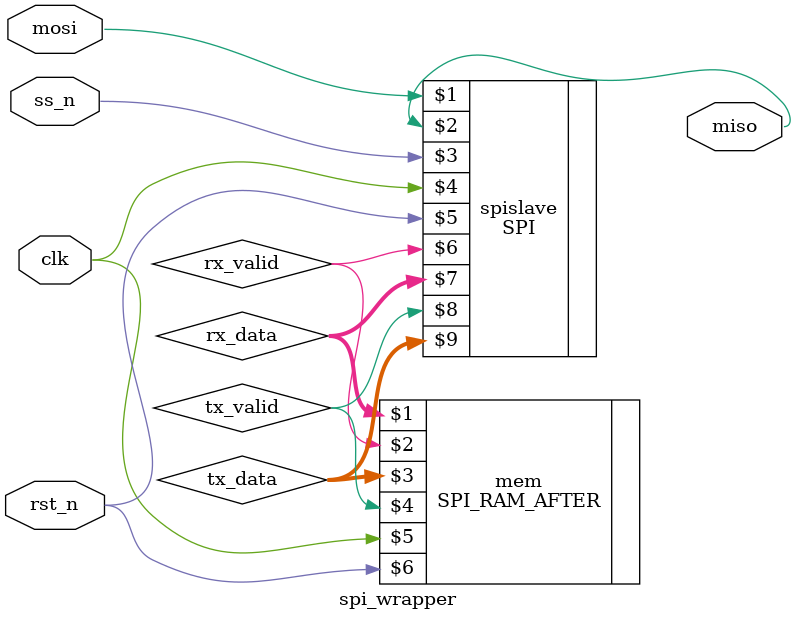
<source format=sv>
module spi_wrapper(mosi, miso, ss_n, clk, rst_n);

input mosi, ss_n, clk, rst_n;
output miso;

wire rx_valid, tx_valid;
wire [9:0] rx_data;
wire [7:0] tx_data;

SPI spislave(mosi,miso,ss_n,clk,rst_n,rx_valid,rx_data,tx_valid,tx_data);
SPI_RAM_AFTER mem(rx_data, rx_valid, tx_data, tx_valid, clk, rst_n);

endmodule

</source>
